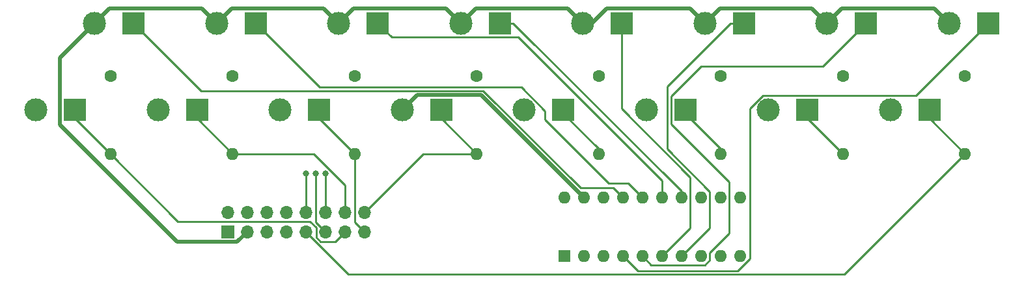
<source format=gtl>
%TF.GenerationSoftware,KiCad,Pcbnew,7.0.7*%
%TF.CreationDate,2023-09-28T15:43:30-05:00*%
%TF.ProjectId,iowa-rover-kiosk-level-buttons,696f7761-2d72-46f7-9665-722d6b696f73,rev?*%
%TF.SameCoordinates,Original*%
%TF.FileFunction,Copper,L1,Top*%
%TF.FilePolarity,Positive*%
%FSLAX46Y46*%
G04 Gerber Fmt 4.6, Leading zero omitted, Abs format (unit mm)*
G04 Created by KiCad (PCBNEW 7.0.7) date 2023-09-28 15:43:30*
%MOMM*%
%LPD*%
G01*
G04 APERTURE LIST*
%TA.AperFunction,ComponentPad*%
%ADD10R,3.000000X3.000000*%
%TD*%
%TA.AperFunction,ComponentPad*%
%ADD11C,3.000000*%
%TD*%
%TA.AperFunction,ComponentPad*%
%ADD12C,1.600000*%
%TD*%
%TA.AperFunction,ComponentPad*%
%ADD13O,1.600000X1.600000*%
%TD*%
%TA.AperFunction,ComponentPad*%
%ADD14R,1.600000X1.600000*%
%TD*%
%TA.AperFunction,ComponentPad*%
%ADD15R,1.700000X1.700000*%
%TD*%
%TA.AperFunction,ComponentPad*%
%ADD16O,1.700000X1.700000*%
%TD*%
%TA.AperFunction,ViaPad*%
%ADD17C,0.800000*%
%TD*%
%TA.AperFunction,Conductor*%
%ADD18C,0.500000*%
%TD*%
%TA.AperFunction,Conductor*%
%ADD19C,0.250000*%
%TD*%
G04 APERTURE END LIST*
D10*
%TO.P,Btn Down 1,1,1*%
%TO.N,Net-(J1-Pin_10)*%
X172560000Y-67310000D03*
D11*
%TO.P,Btn Down 1,2,2*%
%TO.N,GND*%
X167480000Y-67310000D03*
%TD*%
D12*
%TO.P,R2,1*%
%TO.N,+5V*%
X177165000Y-62865000D03*
D13*
%TO.P,R2,2*%
%TO.N,Net-(J1-Pin_10)*%
X177165000Y-73025000D03*
%TD*%
D10*
%TO.P,Lamp Up 3,1,-*%
%TO.N,Net-(LA5--)*%
X132555000Y-56000000D03*
D11*
%TO.P,Lamp Up 3,2,+*%
%TO.N,+5V*%
X127475000Y-56000000D03*
%TD*%
D12*
%TO.P,R5,1*%
%TO.N,+5V*%
X129540000Y-62865000D03*
D13*
%TO.P,R5,2*%
%TO.N,Net-(J1-Pin_16)*%
X129540000Y-73025000D03*
%TD*%
D10*
%TO.P,Lamp Up 2,1,-*%
%TO.N,Net-(LA3--)*%
X164305000Y-56000000D03*
D11*
%TO.P,Lamp Up 2,2,+*%
%TO.N,+5V*%
X159225000Y-56000000D03*
%TD*%
D12*
%TO.P,R6,1*%
%TO.N,+5V*%
X113665000Y-62865000D03*
D13*
%TO.P,R6,2*%
%TO.N,Net-(J1-Pin_15)*%
X113665000Y-73025000D03*
%TD*%
D14*
%TO.P,U2,1,NC*%
%TO.N,unconnected-(U2-NC-Pad1)*%
X140970000Y-86360000D03*
D13*
%TO.P,U2,2,VCC*%
%TO.N,+5V*%
X143510000Y-86360000D03*
%TO.P,U2,3,SERIN*%
%TO.N,/COPI*%
X146050000Y-86360000D03*
%TO.P,U2,4,DRAIN0*%
%TO.N,Net-(LA1--)*%
X148590000Y-86360000D03*
%TO.P,U2,5,DRAIN1*%
%TO.N,Net-(LA2--)*%
X151130000Y-86360000D03*
%TO.P,U2,6,DRAIN2*%
%TO.N,Net-(LA4--)*%
X153670000Y-86360000D03*
%TO.P,U2,7,DRAIN3*%
%TO.N,Net-(LA3--)*%
X156210000Y-86360000D03*
%TO.P,U2,8,SRCLR*%
%TO.N,+5V*%
X158750000Y-86360000D03*
%TO.P,U2,9,G*%
%TO.N,GND*%
X161290000Y-86360000D03*
%TO.P,U2,10,GND*%
X163830000Y-86360000D03*
%TO.P,U2,11,GND*%
X163830000Y-78740000D03*
%TO.P,U2,12,RCK*%
%TO.N,/LATCH*%
X161290000Y-78740000D03*
%TO.P,U2,13,SRCK*%
%TO.N,/CLOCK*%
X158750000Y-78740000D03*
%TO.P,U2,14,DRAIN4*%
%TO.N,Net-(LA5--)*%
X156210000Y-78740000D03*
%TO.P,U2,15,DRAIN5*%
%TO.N,Net-(LA6--)*%
X153670000Y-78740000D03*
%TO.P,U2,16,DRAIN6*%
%TO.N,Net-(LA7--)*%
X151130000Y-78740000D03*
%TO.P,U2,17,DRAIN7*%
%TO.N,Net-(LA8--)*%
X148590000Y-78740000D03*
%TO.P,U2,18,SEROUT*%
%TO.N,/CIPO*%
X146050000Y-78740000D03*
%TO.P,U2,19,GND*%
%TO.N,GND*%
X143510000Y-78740000D03*
%TO.P,U2,20,NC*%
%TO.N,unconnected-(U2-NC-Pad20)*%
X140970000Y-78740000D03*
%TD*%
D15*
%TO.P,J1,1,Pin_1*%
%TO.N,GND*%
X97155000Y-83185000D03*
D16*
%TO.P,J1,2,Pin_2*%
%TO.N,+12V*%
X97155000Y-80645000D03*
%TO.P,J1,3,Pin_3*%
%TO.N,+5V*%
X99695000Y-83185000D03*
%TO.P,J1,4,Pin_4*%
%TO.N,/COPI*%
X99695000Y-80645000D03*
%TO.P,J1,5,Pin_5*%
%TO.N,/CIPO*%
X102235000Y-83185000D03*
%TO.P,J1,6,Pin_6*%
%TO.N,/LATCH*%
X102235000Y-80645000D03*
%TO.P,J1,7,Pin_7*%
%TO.N,/CLOCK*%
X104775000Y-83185000D03*
%TO.P,J1,8,Pin_8*%
%TO.N,unconnected-(J1-Pin_8-Pad8)*%
X104775000Y-80645000D03*
%TO.P,J1,9,Pin_9*%
%TO.N,Net-(J1-Pin_9)*%
X107315000Y-83185000D03*
%TO.P,J1,10,Pin_10*%
%TO.N,Net-(J1-Pin_10)*%
X107315000Y-80645000D03*
%TO.P,J1,11,Pin_11*%
%TO.N,Net-(J1-Pin_11)*%
X109855000Y-83185000D03*
%TO.P,J1,12,Pin_12*%
%TO.N,Net-(J1-Pin_12)*%
X109855000Y-80645000D03*
%TO.P,J1,13,Pin_13*%
%TO.N,Net-(J1-Pin_13)*%
X112395000Y-83185000D03*
%TO.P,J1,14,Pin_14*%
%TO.N,Net-(J1-Pin_14)*%
X112395000Y-80645000D03*
%TO.P,J1,15,Pin_15*%
%TO.N,Net-(J1-Pin_15)*%
X114935000Y-83185000D03*
%TO.P,J1,16,Pin_16*%
%TO.N,Net-(J1-Pin_16)*%
X114935000Y-80645000D03*
%TD*%
D12*
%TO.P,R8,1*%
%TO.N,+5V*%
X81915000Y-62865000D03*
D13*
%TO.P,R8,2*%
%TO.N,Net-(J1-Pin_13)*%
X81915000Y-73025000D03*
%TD*%
D10*
%TO.P,Btn Down 4,1,1*%
%TO.N,Net-(J1-Pin_13)*%
X77310000Y-67310000D03*
D11*
%TO.P,Btn Down 4,2,2*%
%TO.N,GND*%
X72230000Y-67310000D03*
%TD*%
D12*
%TO.P,R1,1*%
%TO.N,+5V*%
X193040000Y-62865000D03*
D13*
%TO.P,R1,2*%
%TO.N,Net-(J1-Pin_9)*%
X193040000Y-73025000D03*
%TD*%
D10*
%TO.P,Btn Up 3,1,1*%
%TO.N,Net-(J1-Pin_16)*%
X124935000Y-67310000D03*
D11*
%TO.P,Btn Up 3,2,2*%
%TO.N,GND*%
X119855000Y-67310000D03*
%TD*%
D10*
%TO.P,Lamp Down 1,1,-*%
%TO.N,Net-(LA2--)*%
X180180000Y-56000000D03*
D11*
%TO.P,Lamp Down 1,2,+*%
%TO.N,+5V*%
X175100000Y-56000000D03*
%TD*%
D10*
%TO.P,Lamp Down 4,1,-*%
%TO.N,Net-(LA8--)*%
X84930000Y-56000000D03*
D11*
%TO.P,Lamp Down 4,2,+*%
%TO.N,+5V*%
X79850000Y-56000000D03*
%TD*%
D10*
%TO.P,Btn Up 2,1,1*%
%TO.N,Net-(J1-Pin_11)*%
X156685000Y-67310000D03*
D11*
%TO.P,Btn Up 2,2,2*%
%TO.N,GND*%
X151605000Y-67310000D03*
%TD*%
D12*
%TO.P,R7,1*%
%TO.N,+5V*%
X97790000Y-62865000D03*
D13*
%TO.P,R7,2*%
%TO.N,Net-(J1-Pin_14)*%
X97790000Y-73025000D03*
%TD*%
D10*
%TO.P,Lamp Down 2,1,-*%
%TO.N,Net-(LA4--)*%
X148430000Y-56000000D03*
D11*
%TO.P,Lamp Down 2,2,+*%
%TO.N,+5V*%
X143350000Y-56000000D03*
%TD*%
D10*
%TO.P,Btn Up 1,1,1*%
%TO.N,Net-(J1-Pin_9)*%
X188435000Y-67310000D03*
D11*
%TO.P,Btn Up 1,2,2*%
%TO.N,GND*%
X183355000Y-67310000D03*
%TD*%
D10*
%TO.P,Btn Down 3,1,1*%
%TO.N,Net-(J1-Pin_15)*%
X109060000Y-67310000D03*
D11*
%TO.P,Btn Down 3,2,2*%
%TO.N,GND*%
X103980000Y-67310000D03*
%TD*%
D12*
%TO.P,R4,1*%
%TO.N,+5V*%
X145415000Y-62865000D03*
D13*
%TO.P,R4,2*%
%TO.N,Net-(J1-Pin_12)*%
X145415000Y-73025000D03*
%TD*%
D10*
%TO.P,Lamp Up 1,1,-*%
%TO.N,Net-(LA1--)*%
X196055000Y-56000000D03*
D11*
%TO.P,Lamp Up 1,2,+*%
%TO.N,+5V*%
X190975000Y-56000000D03*
%TD*%
D10*
%TO.P,Btn Down 2,1,1*%
%TO.N,Net-(J1-Pin_12)*%
X140810000Y-67310000D03*
D11*
%TO.P,Btn Down 2,2,2*%
%TO.N,GND*%
X135730000Y-67310000D03*
%TD*%
D12*
%TO.P,R3,1*%
%TO.N,+5V*%
X161290000Y-62865000D03*
D13*
%TO.P,R3,2*%
%TO.N,Net-(J1-Pin_11)*%
X161290000Y-73025000D03*
%TD*%
D10*
%TO.P,Lamp Up 4,1,-*%
%TO.N,Net-(LA7--)*%
X100805000Y-56000000D03*
D11*
%TO.P,Lamp Up 4,2,+*%
%TO.N,+5V*%
X95725000Y-56000000D03*
%TD*%
D10*
%TO.P,Btn Up 4,1,1*%
%TO.N,Net-(J1-Pin_14)*%
X93185000Y-67310000D03*
D11*
%TO.P,Btn Up 4,2,2*%
%TO.N,GND*%
X88105000Y-67310000D03*
%TD*%
D10*
%TO.P,Lamp Down 3,1,-*%
%TO.N,Net-(LA6--)*%
X116680000Y-56000000D03*
D11*
%TO.P,Lamp Down 3,2,+*%
%TO.N,+5V*%
X111600000Y-56000000D03*
%TD*%
D17*
%TO.N,Net-(J1-Pin_10)*%
X107315000Y-75565000D03*
%TO.N,Net-(J1-Pin_11)*%
X108585000Y-75565000D03*
%TO.N,Net-(J1-Pin_12)*%
X109855000Y-75565000D03*
%TD*%
D18*
%TO.N,GND*%
X121805000Y-65360000D02*
X130130000Y-65360000D01*
X130130000Y-65360000D02*
X143510000Y-78740000D01*
X119855000Y-67310000D02*
X121805000Y-65360000D01*
%TO.N,+5V*%
X189025000Y-54050000D02*
X190975000Y-56000000D01*
X146480000Y-54050000D02*
X157275000Y-54050000D01*
X143350000Y-56000000D02*
X144530000Y-56000000D01*
X93775000Y-54050000D02*
X95725000Y-56000000D01*
X161175000Y-54050000D02*
X173150000Y-54050000D01*
X127475000Y-56000000D02*
X129425000Y-54050000D01*
X75360000Y-69260000D02*
X90585000Y-84485000D01*
X141400000Y-54050000D02*
X143350000Y-56000000D01*
X98395000Y-84485000D02*
X99695000Y-83185000D01*
X144530000Y-56000000D02*
X146480000Y-54050000D01*
X125525000Y-54050000D02*
X127475000Y-56000000D01*
X75360000Y-60490000D02*
X75360000Y-69260000D01*
X81800000Y-54050000D02*
X93775000Y-54050000D01*
X177050000Y-54050000D02*
X189025000Y-54050000D01*
X157275000Y-54050000D02*
X159225000Y-56000000D01*
X79850000Y-56000000D02*
X81800000Y-54050000D01*
X111600000Y-56000000D02*
X113550000Y-54050000D01*
X79850000Y-56000000D02*
X75360000Y-60490000D01*
X95725000Y-56000000D02*
X97675000Y-54050000D01*
X159225000Y-56000000D02*
X161175000Y-54050000D01*
X109650000Y-54050000D02*
X111600000Y-56000000D01*
X129425000Y-54050000D02*
X141400000Y-54050000D01*
X113550000Y-54050000D02*
X125525000Y-54050000D01*
X173150000Y-54050000D02*
X175100000Y-56000000D01*
X90585000Y-84485000D02*
X98395000Y-84485000D01*
X97675000Y-54050000D02*
X109650000Y-54050000D01*
X175100000Y-56000000D02*
X177050000Y-54050000D01*
D19*
%TO.N,Net-(J1-Pin_9)*%
X188435000Y-67310000D02*
X188435000Y-68420000D01*
X193040000Y-73025000D02*
X177350000Y-88715000D01*
X188435000Y-68420000D02*
X193040000Y-73025000D01*
X177350000Y-88715000D02*
X112845000Y-88715000D01*
X112845000Y-88715000D02*
X107315000Y-83185000D01*
%TO.N,Net-(J1-Pin_10)*%
X172560000Y-67310000D02*
X172560000Y-68420000D01*
X172560000Y-68420000D02*
X177165000Y-73025000D01*
X107315000Y-75565000D02*
X107315000Y-80645000D01*
%TO.N,Net-(J1-Pin_11)*%
X156685000Y-67785000D02*
X161290000Y-72390000D01*
X108585000Y-81915000D02*
X109855000Y-83185000D01*
X108585000Y-75565000D02*
X108585000Y-81915000D01*
X156685000Y-67310000D02*
X156685000Y-67785000D01*
%TO.N,Net-(J1-Pin_12)*%
X140810000Y-67785000D02*
X145415000Y-72390000D01*
X109855000Y-75565000D02*
X109855000Y-80645000D01*
X140810000Y-67310000D02*
X140810000Y-67785000D01*
%TO.N,Net-(J1-Pin_13)*%
X109221396Y-84455000D02*
X108680000Y-83913604D01*
X111125000Y-84455000D02*
X109221396Y-84455000D01*
X108680000Y-83913604D02*
X108680000Y-82646396D01*
X90710000Y-81820000D02*
X81915000Y-73025000D01*
X112395000Y-83185000D02*
X111125000Y-84455000D01*
X107853604Y-81820000D02*
X90710000Y-81820000D01*
X77310000Y-68420000D02*
X81915000Y-73025000D01*
X108680000Y-82646396D02*
X107853604Y-81820000D01*
X77310000Y-67310000D02*
X77310000Y-68420000D01*
%TO.N,Net-(J1-Pin_14)*%
X108340305Y-73025000D02*
X112395000Y-77079695D01*
X97790000Y-73025000D02*
X108340305Y-73025000D01*
X93185000Y-67310000D02*
X93185000Y-68420000D01*
X93185000Y-68420000D02*
X97790000Y-73025000D01*
X112395000Y-77079695D02*
X112395000Y-80645000D01*
%TO.N,Net-(J1-Pin_15)*%
X109060000Y-67310000D02*
X109060000Y-68420000D01*
X109060000Y-68420000D02*
X113665000Y-73025000D01*
X113665000Y-73025000D02*
X113665000Y-81915000D01*
X113665000Y-81915000D02*
X114935000Y-83185000D01*
%TO.N,Net-(J1-Pin_16)*%
X124935000Y-68420000D02*
X129540000Y-73025000D01*
X129540000Y-73025000D02*
X122555000Y-73025000D01*
X122555000Y-73025000D02*
X114935000Y-80645000D01*
X124935000Y-67310000D02*
X124935000Y-68420000D01*
%TO.N,Net-(LA1--)*%
X163515991Y-88265000D02*
X150495000Y-88265000D01*
X150495000Y-88265000D02*
X148590000Y-86360000D01*
X166804060Y-65405000D02*
X165100000Y-67109060D01*
X196055000Y-56000000D02*
X186650000Y-65405000D01*
X165100000Y-86680991D02*
X163515991Y-88265000D01*
X165100000Y-67109060D02*
X165100000Y-86680991D01*
X186650000Y-65405000D02*
X166804060Y-65405000D01*
%TO.N,Net-(LA2--)*%
X154860000Y-65485000D02*
X154860000Y-69135000D01*
X162415000Y-76690000D02*
X162415000Y-83354009D01*
X159875000Y-86825991D02*
X159215991Y-87485000D01*
X180180000Y-56000000D02*
X174585000Y-61595000D01*
X159875000Y-85894009D02*
X159875000Y-86825991D01*
X158750000Y-61595000D02*
X154860000Y-65485000D01*
X162415000Y-83354009D02*
X159875000Y-85894009D01*
X154860000Y-69135000D02*
X162415000Y-76690000D01*
X174585000Y-61595000D02*
X158750000Y-61595000D01*
X159215991Y-87485000D02*
X152255000Y-87485000D01*
X152255000Y-87485000D02*
X151130000Y-86360000D01*
%TO.N,Net-(LA3--)*%
X164305000Y-56000000D02*
X162555000Y-56000000D01*
X154305698Y-72389302D02*
X159875000Y-77958604D01*
X162555000Y-56000000D02*
X154305698Y-64249302D01*
X154305698Y-64249302D02*
X154305698Y-72389302D01*
X159875000Y-82695000D02*
X156210000Y-86360000D01*
X159875000Y-77958604D02*
X159875000Y-82695000D01*
%TO.N,Net-(LA4--)*%
X157335000Y-76055000D02*
X157335000Y-82695000D01*
X148430000Y-67150000D02*
X157335000Y-76055000D01*
X157335000Y-82695000D02*
X153670000Y-86360000D01*
X148430000Y-56000000D02*
X148430000Y-67150000D01*
%TO.N,Net-(LA5--)*%
X134305000Y-56000000D02*
X156210000Y-77905000D01*
X132555000Y-56000000D02*
X134305000Y-56000000D01*
X156210000Y-77905000D02*
X156210000Y-78740000D01*
%TO.N,Net-(LA6--)*%
X153670000Y-76520000D02*
X153670000Y-78740000D01*
X116680000Y-56000000D02*
X118505000Y-57825000D01*
X118505000Y-57825000D02*
X134975000Y-57825000D01*
X134975000Y-57825000D02*
X153670000Y-76520000D01*
%TO.N,Net-(LA7--)*%
X100805000Y-56000000D02*
X109140000Y-64335000D01*
X146685000Y-76835000D02*
X149225000Y-76835000D01*
X109140000Y-64335000D02*
X135335940Y-64335000D01*
X149225000Y-76835000D02*
X151130000Y-78740000D01*
X138430000Y-68580000D02*
X146685000Y-76835000D01*
X135335940Y-64335000D02*
X138430000Y-67429060D01*
X138430000Y-67429060D02*
X138430000Y-68580000D01*
%TO.N,Net-(LA8--)*%
X93715000Y-64785000D02*
X130368172Y-64785000D01*
X147320000Y-77470000D02*
X148590000Y-78740000D01*
X84930000Y-56000000D02*
X93715000Y-64785000D01*
X130368172Y-64785000D02*
X143053172Y-77470000D01*
X143053172Y-77470000D02*
X147320000Y-77470000D01*
%TD*%
M02*

</source>
